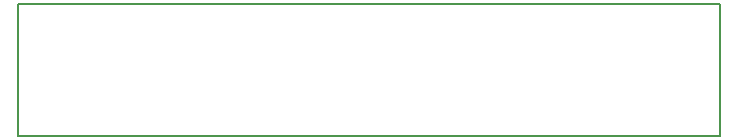
<source format=gbr>
G04 #@! TF.GenerationSoftware,KiCad,Pcbnew,(5.1.6)-1*
G04 #@! TF.CreationDate,2020-10-12T10:35:02+03:00*
G04 #@! TF.ProjectId,ws2813_plate,77733238-3133-45f7-906c-6174652e6b69,rev?*
G04 #@! TF.SameCoordinates,Original*
G04 #@! TF.FileFunction,Profile,NP*
%FSLAX46Y46*%
G04 Gerber Fmt 4.6, Leading zero omitted, Abs format (unit mm)*
G04 Created by KiCad (PCBNEW (5.1.6)-1) date 2020-10-12 10:35:02*
%MOMM*%
%LPD*%
G01*
G04 APERTURE LIST*
G04 #@! TA.AperFunction,Profile*
%ADD10C,0.150000*%
G04 #@! TD*
G04 APERTURE END LIST*
D10*
X139192000Y-77470000D02*
X139192000Y-88646000D01*
X139192000Y-77470000D02*
X79756000Y-77470000D01*
X79756000Y-88646000D02*
X79756000Y-77470000D01*
X139192000Y-88646000D02*
X79756000Y-88646000D01*
M02*

</source>
